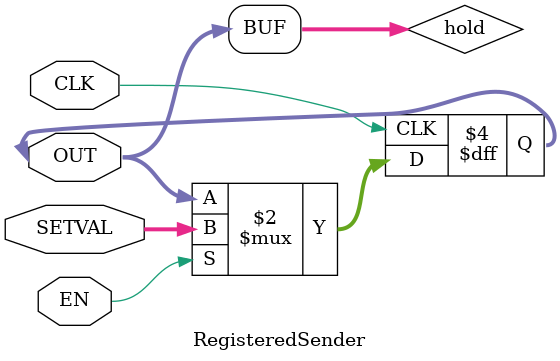
<source format=v>
module RegisteredSender(CLK, EN, SETVAL, OUT);
   
   input CLK;
   input EN;
   input [31:0] SETVAL;
   
   inout [31:0] OUT;

   reg [31:0]  hold;

   assign OUT=hold;

   always @(posedge CLK) begin
      if (EN)
        hold <= SETVAL;
   end
   
endmodule // Sender

</source>
